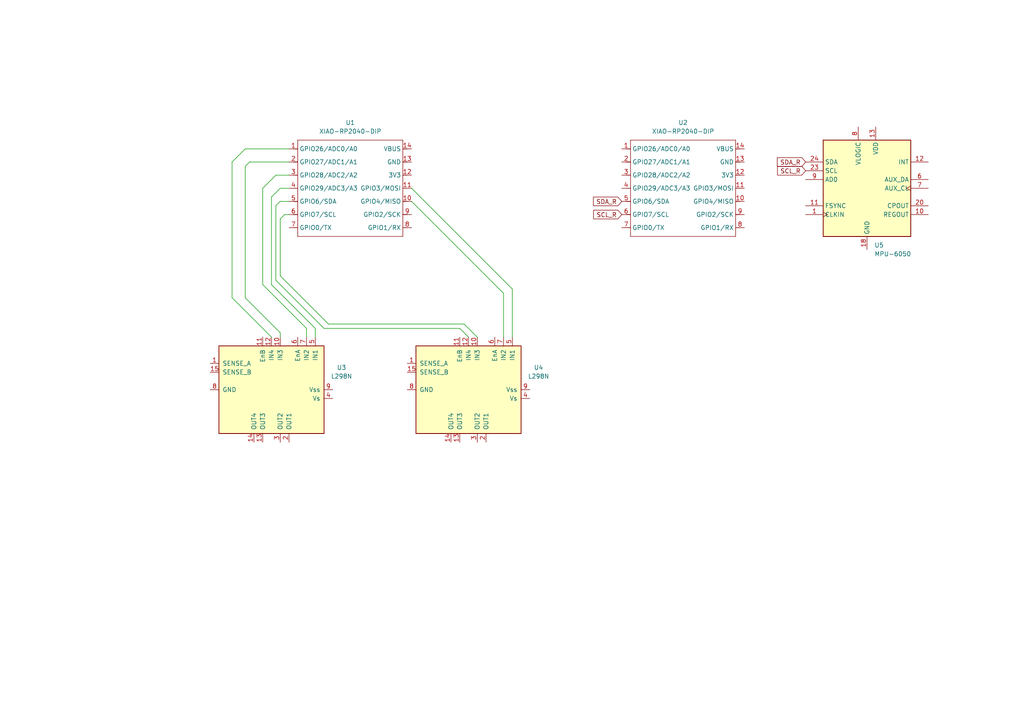
<source format=kicad_sch>
(kicad_sch (version 20250114) (generator "eeschema") (generator_version "9.0")
  (paper "A4")
  (lib_symbols
    (symbol "Driver_Motor:L298N" (pin_names (offset 1.016))
      (property "Reference" "U" (at -10.16 16.51 0))
      (property "Value" "L298N" (at 12.7 16.51 0))
      (symbol "L298N_0_1"
        (rectangle (start -12.7 15.24) (end 12.7 -15.24) (stroke (width 0.254)) (fill (type background)))
      )
      (symbol "L298N_1_1"
        (pin input line (at -15.24 12.7 0) (length 2.54) (name "IN1") (number "5"))
        (pin input line (at -15.24 10.16 0) (length 2.54) (name "IN2") (number "7"))
        (pin input line (at -15.24 7.62 0) (length 2.54) (name "EnA") (number "6"))
        (pin input line (at -15.24 2.54 0) (length 2.54) (name "IN3") (number "10"))
        (pin input line (at -15.24 0 0) (length 2.54) (name "IN4") (number "12"))
        (pin input line (at -15.24 -2.54 0) (length 2.54) (name "EnB") (number "11"))
        (pin power_in line (at -7.62 -17.78 90) (length 2.54) (name "SENSE_A") (number "1"))
        (pin power_in line (at -5.08 -17.78 90) (length 2.54) (name "SENSE_B") (number "15"))
        (pin power_in line (at 0 17.78 270) (length 2.54) (name "Vss") (number "9"))
        (pin power_in line (at 0 -17.78 90) (length 2.54) (name "GND") (number "8"))
        (pin power_in line (at 2.54 17.78 270) (length 2.54) (name "Vs") (number "4"))
        (pin output line (at 15.24 5.08 180) (length 2.54) (name "OUT1") (number "2"))
        (pin output line (at 15.24 2.54 180) (length 2.54) (name "OUT2") (number "3"))
        (pin output line (at 15.24 -2.54 180) (length 2.54) (name "OUT3") (number "13"))
        (pin output line (at 15.24 -5.08 180) (length 2.54) (name "OUT4") (number "14"))
      )
    )
    (symbol "Sensor_Motion:MPU-6050"
      (property "Reference" "U" (at -11.43 13.97 0))
      (property "Value" "MPU-6050" (at 7.62 -15.24 0))
      (symbol "MPU-6050_0_0"
        (text "" (at 12.7 -2.54 0) (effects (font (size 1.27 1.27))))
      )
      (symbol "MPU-6050_0_1"
        (rectangle (start -12.7 13.97) (end 12.7 -13.97) (stroke (width 0.254)) (fill (type background)))
      )
      (symbol "MPU-6050_1_1"
        (pin bidirectional line (at -17.78 7.62 0) (length 5.08) (name "SDA") (number "24"))
        (pin input line (at -17.78 5.08 0) (length 5.08) (name "SCL") (number "23"))
        (pin input line (at -17.78 2.54 0) (length 5.08) (name "AD0") (number "9"))
        (pin input line (at -17.78 -5.08 0) (length 5.08) (name "FSYNC") (number "11"))
        (pin input clock (at -17.78 -7.62 0) (length 5.08) (name "CLKIN") (number "1"))
        (pin no_connect line (at -12.7 12.7 0) (length 2.54) (hide yes) (name "NC") (number "2"))
        (pin no_connect line (at -12.7 10.16 0) (length 2.54) (hide yes) (name "NC") (number "3"))
        (pin no_connect line (at -12.7 0 0) (length 2.54) (hide yes) (name "NC") (number "4"))
        (pin no_connect line (at -12.7 -2.54 0) (length 2.54) (hide yes) (name "NC") (number "5"))
        (pin no_connect line (at -12.7 -10.16 0) (length 2.54) (hide yes) (name "NC") (number "14"))
        (pin power_in line (at -2.54 17.78 270) (length 3.81) (name "VLOGIC") (number "8"))
        (pin power_in line (at 0 -17.78 90) (length 3.81) (name "GND") (number "18"))
        (pin power_in line (at 2.54 17.78 270) (length 3.81) (name "VDD") (number "13"))
        (pin no_connect line (at 12.7 12.7 180) (length 2.54) (hide yes) (name "NC") (number "15"))
        (pin no_connect line (at 12.7 10.16 180) (length 2.54) (hide yes) (name "NC") (number "16"))
        (pin no_connect line (at 12.7 5.08 180) (length 2.54) (hide yes) (name "NC") (number "17"))
        (pin no_connect line (at 12.7 -2.54 180) (length 2.54) (hide yes) (name "RESV") (number "21"))
        (pin no_connect line (at 12.7 -10.16 180) (length 2.54) (hide yes) (name "RESV") (number "19"))
        (pin no_connect line (at 12.7 -12.7 180) (length 2.54) (hide yes) (name "RESV") (number "22"))
        (pin output line (at 17.78 7.62 180) (length 5.08) (name "INT") (number "12"))
        (pin bidirectional line (at 17.78 2.54 180) (length 5.08) (name "AUX_DA") (number "6"))
        (pin output clock (at 17.78 0 180) (length 5.08) (name "AUX_CL") (number "7"))
        (pin passive line (at 17.78 -5.08 180) (length 5.08) (name "CPOUT") (number "20"))
        (pin passive line (at 17.78 -7.62 180) (length 5.08) (name "REGOUT") (number "10"))
      )
    )
    (symbol "xiao:XIAO-RP2040-DIP"
      (property "Reference" "U" (at 0 0 0))
      (property "Value" "XIAO-RP2040-DIP" (at 5.334 -1.778 0))
      (symbol "XIAO-RP2040-DIP_1_0"
        (polyline (pts (xy -1.27 -2.54) (xy 29.21 -2.54)) (stroke (width 0.1524)))
        (polyline (pts (xy -1.27 -5.08) (xy -2.54 -5.08)) (stroke (width 0.1524)))
        (polyline (pts (xy -1.27 -5.08) (xy -1.27 -2.54)) (stroke (width 0.1524)))
        (polyline (pts (xy -1.27 -8.89) (xy -2.54 -8.89)) (stroke (width 0.1524)))
        (polyline (pts (xy -1.27 -8.89) (xy -1.27 -5.08)) (stroke (width 0.1524)))
        (polyline (pts (xy -1.27 -12.7) (xy -2.54 -12.7)) (stroke (width 0.1524)))
        (polyline (pts (xy -1.27 -12.7) (xy -1.27 -8.89)) (stroke (width 0.1524)))
        (polyline (pts (xy -1.27 -16.51) (xy -2.54 -16.51)) (stroke (width 0.1524)))
        (polyline (pts (xy -1.27 -16.51) (xy -1.27 -12.7)) (stroke (width 0.1524)))
        (polyline (pts (xy -1.27 -20.32) (xy -2.54 -20.32)) (stroke (width 0.1524)))
        (polyline (pts (xy -1.27 -24.13) (xy -2.54 -24.13)) (stroke (width 0.1524)))
        (polyline (pts (xy -1.27 -27.94) (xy -2.54 -27.94)) (stroke (width 0.1524)))
        (polyline (pts (xy -1.27 -30.48) (xy -1.27 -16.51)) (stroke (width 0.1524)))
        (polyline (pts (xy 29.21 -2.54) (xy 29.21 -5.08)) (stroke (width 0.1524)))
        (polyline (pts (xy 29.21 -5.08) (xy 29.21 -8.89)) (stroke (width 0.1524)))
        (polyline (pts (xy 29.21 -8.89) (xy 29.21 -12.7)) (stroke (width 0.1524)))
        (polyline (pts (xy 29.21 -12.7) (xy 29.21 -30.48)) (stroke (width 0.1524)))
        (polyline (pts (xy 29.21 -30.48) (xy -1.27 -30.48)) (stroke (width 0.1524)))
        (polyline (pts (xy 30.48 -5.08) (xy 29.21 -5.08)) (stroke (width 0.1524)))
        (polyline (pts (xy 30.48 -8.89) (xy 29.21 -8.89)) (stroke (width 0.1524)))
        (polyline (pts (xy 30.48 -12.7) (xy 29.21 -12.7)) (stroke (width 0.1524)))
        (polyline (pts (xy 30.48 -16.51) (xy 29.21 -16.51)) (stroke (width 0.1524)))
        (polyline (pts (xy 30.48 -20.32) (xy 29.21 -20.32)) (stroke (width 0.1524)))
        (polyline (pts (xy 30.48 -24.13) (xy 29.21 -24.13)) (stroke (width 0.1524)))
        (polyline (pts (xy 30.48 -27.94) (xy 29.21 -27.94)) (stroke (width 0.1524)))
        (pin passive line (at -3.81 -5.08 0) (length 2.54) (name "GPIO26/ADC0/A0") (number "1"))
        (pin passive line (at -3.81 -8.89 0) (length 2.54) (name "GPIO27/ADC1/A1") (number "2"))
        (pin passive line (at -3.81 -12.7 0) (length 2.54) (name "GPIO28/ADC2/A2") (number "3"))
        (pin passive line (at -3.81 -16.51 0) (length 2.54) (name "GPIO29/ADC3/A3") (number "4"))
        (pin passive line (at -3.81 -20.32 0) (length 2.54) (name "GPIO6/SDA") (number "5"))
        (pin passive line (at -3.81 -24.13 0) (length 2.54) (name "GPIO7/SCL") (number "6"))
        (pin passive line (at -3.81 -27.94 0) (length 2.54) (name "GPIO0/TX") (number "7"))
        (pin passive line (at 31.75 -5.08 180) (length 2.54) (name "VBUS") (number "14"))
        (pin passive line (at 31.75 -8.89 180) (length 2.54) (name "GND") (number "13"))
        (pin passive line (at 31.75 -12.7 180) (length 2.54) (name "3V3") (number "12"))
        (pin passive line (at 31.75 -16.51 180) (length 2.54) (name "GPIO3/MOSI") (number "11"))
        (pin passive line (at 31.75 -20.32 180) (length 2.54) (name "GPIO4/MISO") (number "10"))
        (pin passive line (at 31.75 -24.13 180) (length 2.54) (name "GPIO2/SCK") (number "9"))
        (pin passive line (at 31.75 -27.94 180) (length 2.54) (name "GPIO1/RX") (number "8"))
      )
    )
  )
  (wire (pts (xy 81.28 97.79) (xy 81.28 96.52)))
  (wire (pts (xy 83.82 58.42) (xy 81.28 58.42)))
  (wire (pts (xy 81.28 54.61) (xy 83.82 54.61)))
  (wire (pts (xy 78.74 57.15) (xy 81.28 54.61)))
  (wire (pts (xy 81.28 80.01) (xy 95.25 93.98)))
  (wire (pts (xy 119.38 54.61) (xy 148.59 83.82)))
  (wire (pts (xy 95.25 93.98) (xy 134.62 93.98)))
  (wire (pts (xy 81.28 96.52) (xy 71.12 86.36)))
  (wire (pts (xy 83.82 62.23) (xy 82.55 62.23)))
  (wire (pts (xy 76.2 54.61) (xy 80.01 50.8)))
  (wire (pts (xy 119.38 58.42) (xy 146.05 85.09)))
  (wire (pts (xy 93.98 95.25) (xy 133.35 95.25)))
  (wire (pts (xy 80.01 50.8) (xy 83.82 50.8)))
  (wire (pts (xy 80.01 81.28) (xy 93.98 95.25)))
  (wire (pts (xy 72.39 46.99) (xy 83.82 46.99)))
  (wire (pts (xy 67.31 46.99) (xy 67.31 86.36)))
  (wire (pts (xy 91.44 97.79) (xy 91.44 95.25)))
  (wire (pts (xy 81.28 58.42) (xy 80.01 59.69)))
  (wire (pts (xy 71.12 48.26) (xy 72.39 46.99)))
  (wire (pts (xy 78.74 82.55) (xy 91.44 95.25)))
  (wire (pts (xy 78.74 82.55) (xy 78.74 57.15)))
  (wire (pts (xy 71.12 86.36) (xy 71.12 48.26)))
  (wire (pts (xy 146.05 85.09) (xy 146.05 97.79)))
  (wire (pts (xy 133.35 95.25) (xy 135.89 97.79)))
  (wire (pts (xy 88.9 97.79) (xy 88.9 95.25)))
  (wire (pts (xy 71.12 43.18) (xy 67.31 46.99)))
  (wire (pts (xy 67.31 86.36) (xy 78.74 97.79)))
  (wire (pts (xy 148.59 83.82) (xy 148.59 97.79)))
  (wire (pts (xy 76.2 82.55) (xy 76.2 54.61)))
  (wire (pts (xy 80.01 59.69) (xy 80.01 81.28)))
  (wire (pts (xy 76.2 82.55) (xy 88.9 95.25)))
  (wire (pts (xy 83.82 43.18) (xy 71.12 43.18)))
  (wire (pts (xy 134.62 93.98) (xy 138.43 97.79)))
  (wire (pts (xy 81.28 63.5) (xy 81.28 80.01)))
  (wire (pts (xy 82.55 62.23) (xy 81.28 63.5)))
  (global_label "SCL_R" (shape input) (at 180.34 62.23 180) (property "Intersheetrefs" "${INTERSHEET_REFS}" (effects (hide yes))))
  (global_label "SDA_R" (shape input) (at 180.34 58.42 180) (property "Intersheetrefs" "${INTERSHEET_REFS}" (effects (hide yes))))
  (global_label "SDA_R" (shape input) (at 233.68 46.99 180) (property "Intersheetrefs" "${INTERSHEET_REFS}" (effects (hide yes))))
  (global_label "SCL_R" (shape input) (at 233.68 49.53 180) (property "Intersheetrefs" "${INTERSHEET_REFS}" (effects (hide yes))))
  (symbol (lib_id "xiao:XIAO-RP2040-DIP") (at 184.15 38.1 0) (unit 1)
    (property "Reference" "U2" (at 198.12 35.56 0))
    (property "Value" "XIAO-RP2040-DIP" (at 198.12 38.1 0))
    (property "Footprint" "Module:MOUDLE14P-XIAO-DIP-SMD" (effects (hide yes)))
  )
  (symbol (lib_id "Driver_Motor:L298N") (at 135.89 113.03 270) (unit 1)
    (property "Reference" "U4" (at 156.21 106.6098 90))
    (property "Value" "L298N" (at 156.21 109.1498 90))
    (property "Footprint" "Package_TO_SOT_THT:TO-220-15_P2.54x2.54mm_StaggerOdd_Lead4.58mm_Vertical" (effects (hide yes)))
    (property "Datasheet" "http://www.st.com/st-web-ui/static/active/en/resource/technical/document/datasheet/CD00000240.pdf" (effects (hide yes)))
    (property "Description" "Dual full bridge motor driver, up to 46V, 4A, Multiwatt15-V" (effects (hide yes)))
  )
  (symbol (lib_id "Driver_Motor:L298N") (at 78.74 113.03 270) (unit 1)
    (property "Reference" "U3" (at 99.06 106.6098 90))
    (property "Value" "L298N" (at 99.06 109.1498 90))
    (property "Footprint" "Package_TO_SOT_THT:TO-220-15_P2.54x2.54mm_StaggerOdd_Lead4.58mm_Vertical" (effects (hide yes)))
    (property "Datasheet" "http://www.st.com/st-web-ui/static/active/en/resource/technical/document/datasheet/CD00000240.pdf" (effects (hide yes)))
    (property "Description" "Dual full bridge motor driver, up to 46V, 4A, Multiwatt15-V" (effects (hide yes)))
  )
  (symbol (lib_id "xiao:XIAO-RP2040-DIP") (at 87.63 38.1 0) (unit 1)
    (property "Reference" "U1" (at 101.6 35.56 0))
    (property "Value" "XIAO-RP2040-DIP" (at 101.6 38.1 0))
    (property "Footprint" "Module:MOUDLE14P-XIAO-DIP-SMD" (effects (hide yes)))
  )
  (symbol (lib_id "Sensor_Motion:MPU-6050") (at 251.46 54.61 0) (unit 1)
    (property "Reference" "U5" (at 253.6033 71.12 0) (effects (justify left)))
    (property "Value" "MPU-6050" (at 253.6033 73.66 0) (effects (justify left)))
    (property "Footprint" "Sensor_Motion:InvenSense_QFN-24_4x4mm_P0.5mm" (effects (hide yes)))
    (property "Datasheet" "https://invensense.tdk.com/wp-content/uploads/2015/02/MPU-6000-Datasheet1.pdf" (effects (hide yes)))
    (property "Description" "InvenSense 6-Axis Motion Sensor, Gyroscope, Accelerometer, I2C" (effects (hide yes)))
  )
)
</source>
